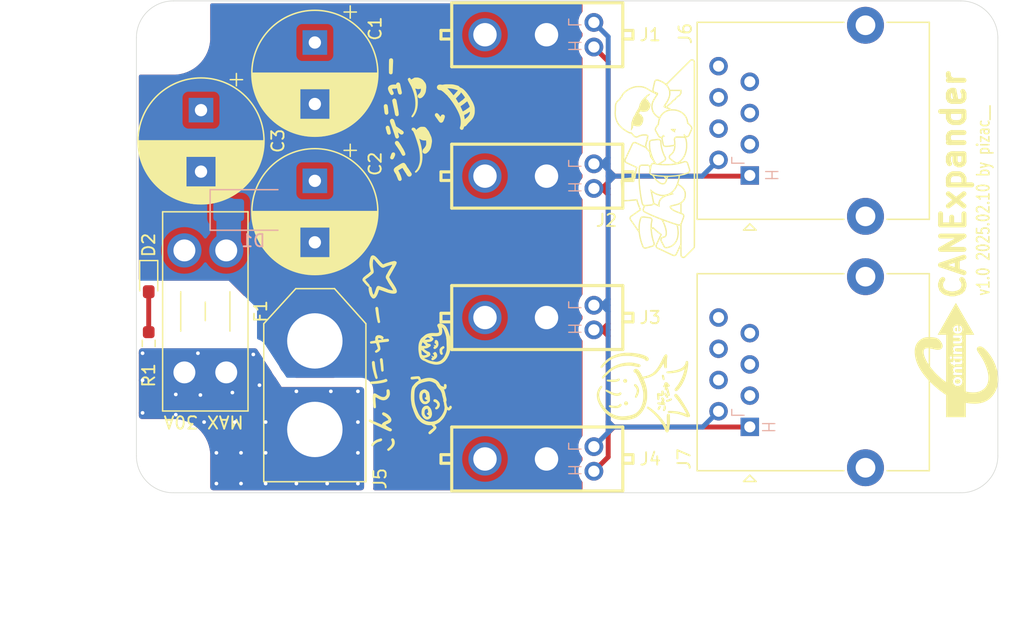
<source format=kicad_pcb>
(kicad_pcb (version 20240108) (generator "pcbnew") (generator_version "8.0")
  (layers (0 "F.Cu" signal) (31 "B.Cu" signal) (34 "B.Paste" user) (35 "F.Paste" user) (36 "B.SilkS" user "B.Silkscreen") (37 "F.SilkS" user "F.Silkscreen") (38 "B.Mask" user) (39 "F.Mask" user) (44 "Edge.Cuts" user))
  (net 0 "")
  (net 1 "GND")
  (net 2 "+24V")
  (net 3 "/CAN_H")
  (net 4 "/CAN_L")
  (net 17 "Net-(J5-Pin_2)")
  (net 18 "Net-(D2-A)")
  (footprint "Capacitor_THT:CP_Radial_D10.0mm_P5.00mm" (layer "F.Cu") (at 144.5 58.382323 -90)
    (property "Reference" "C1" (at -1.132323 -4.9 90) (layer "F.SilkS"))
    (property "Value" "390u/35V")
    (pad "1" thru_hole rect (at 0 0 270) (size 2 2) (drill 1) (layers "*.Cu" "*.Mask") (net 2 "+24V"))
    (pad "2" thru_hole circle (at 5 0 270) (size 2 2) (drill 1) (layers "*.Cu" "*.Mask") (net 1 "GND"))
  )
  (footprint "ExternalLib:CONN-TH_XT30PB-M" (layer "F.Cu") (at 162.75 80.75)
    (property "Reference" "J3" (at 9 0 0) (layer "F.SilkS"))
    (property "Value" "XT30(2+2)-M")
    (pad "1" thru_hole circle (at 4.424994 -1) (size 1.524003 1.524003) (drill 0.913995) (layers "*.Cu" "*.Mask") (net 4 "/CAN_L"))
    (pad "2" thru_hole circle (at 4.424994 1) (size 1.524003 1.524003) (drill 0.913995) (layers "*.Cu" "*.Mask") (net 3 "/CAN_H"))
    (pad "3" thru_hole circle (at 0.575108 0) (size 2.7 2.7) (drill 1.900025) (layers "*.Cu" "*.Mask") (net 1 "GND"))
    (pad "4" thru_hole circle (at -4.424892 0) (size 2.7 2.7) (drill 1.900025) (layers "*.Cu" "*.Mask") (net 2 "+24V"))
  )
  (footprint "ExternalLib:CONN-TH_XT30PB-M" (layer "F.Cu") (at 162.75 69.25)
    (property "Reference" "J2" (at 5.45 3.6 0) (layer "F.SilkS"))
    (property "Value" "XT30(2+2)-M")
    (pad "1" thru_hole circle (at 4.424994 -1) (size 1.524003 1.524003) (drill 0.913995) (layers "*.Cu" "*.Mask") (net 4 "/CAN_L"))
    (pad "2" thru_hole circle (at 4.424994 1) (size 1.524003 1.524003) (drill 0.913995) (layers "*.Cu" "*.Mask") (net 3 "/CAN_H"))
    (pad "3" thru_hole circle (at 0.575108 0) (size 2.7 2.7) (drill 1.900025) (layers "*.Cu" "*.Mask") (net 1 "GND"))
    (pad "4" thru_hole circle (at -4.424892 0) (size 2.7 2.7) (drill 1.900025) (layers "*.Cu" "*.Mask") (net 2 "+24V"))
  )
  (footprint "Connector_AMASS:AMASS_XT60-M_1x02_P7.20mm_Vertical" (layer "F.Cu") (at 144.5 82.65 -90)
    (property "Reference" "J5" (at 11.2 -5.3 90) (layer "F.SilkS"))
    (property "Value" "XT60-M")
    (pad "1" thru_hole roundrect (at 0 0 270) (size 6 6) (drill 4.5) (layers "*.Cu" "*.Mask") (net 1 "GND"))
    (pad "2" thru_hole circle (at 7.2 0 270) (size 6 6) (drill 4.5) (layers "*.Cu" "*.Mask") (net 17 "Net-(J5-Pin_2)"))
  )
  (footprint "ExternalLib:Logo3" (layer "F.Cu") (at 170.232421 86.756802 90)
    (property "Reference" "G***" (hide yes))
    (property "Value" "LOGO" (hide yes))
  )
  (footprint "ExternalLib:MountingHole_3.2mm_M3_DIN965" (layer "F.Cu") (at 197 58)
    (property "Reference" "H4" (hide yes))
    (property "Value" "MountingHole")
    (pad "" np_thru_hole circle (at 0 0) (size 3.2 3.2) (drill 3.2) (layers "F&B.Cu" "*.Mask" "F.Paste") (clearance 1.4))
  )
  (footprint "Resistor_SMD:R_0603_1608Metric_Pad0.98x0.95mm_HandSolder" (layer "F.Cu") (at 131 82.85 90)
    (property "Reference" "R1" (at -2.6 0 90) (layer "F.SilkS"))
    (property "Value" "10k")
    (pad "1" smd roundrect (at -0.9125 0 90) (size 0.975 0.95) (layers "F.Cu" "F.Paste" "F.Mask") (net 17 "Net-(J5-Pin_2)"))
    (pad "2" smd roundrect (at 0.9125 0 90) (size 0.975 0.95) (layers "F.Cu" "F.Paste" "F.Mask") (net 18 "Net-(D2-A)"))
  )
  (footprint "ExternalLib:MountingHole_3.2mm_M3_DIN965" (layer "F.Cu") (at 133 58)
    (property "Reference" "H1" (hide yes))
    (property "Value" "MountingHole")
    (pad "" np_thru_hole circle (at 0 0) (size 3.2 3.2) (drill 3.2) (layers "F&B.Cu" "*.Mask" "F.Paste") (clearance 1.4))
  )
  (footprint "Connector_RJ:RJ45_Ninigi_GE" (layer "F.Cu") (at 179.845 69.195 90)
    (property "Reference" "J6" (at 11.545 -5.245 90) (layer "F.SilkS"))
    (property "Value" "RJ45-10-V02P")
    (pad "" np_thru_hole circle (at -1.27 6.35 90) (size 3.25 3.25) (drill 3.25) (layers "*.Cu" "*.Mask"))
    (pad "" np_thru_hole circle (at 10.16 6.35 270) (size 3.25 3.25) (drill 3.25) (layers "*.Cu" "*.Mask"))
    (pad "1" thru_hole rect (at 0 0 270) (size 1.5 1.5) (drill 0.9) (layers "*.Cu" "*.Mask") (net 3 "/CAN_H"))
    (pad "2" thru_hole circle (at 1.27 -2.54 270) (size 1.5 1.5) (drill 0.9) (layers "*.Cu" "*.Mask") (net 4 "/CAN_L"))
    (pad "3" thru_hole circle (at 2.54 0 270) (size 1.5 1.5) (drill 0.9) (layers "*.Cu" "*.Mask"))
    (pad "4" thru_hole circle (at 3.81 -2.54 270) (size 1.5 1.5) (drill 0.9) (layers "*.Cu" "*.Mask"))
    (pad "5" thru_hole circle (at 5.08 0 270) (size 1.5 1.5) (drill 0.9) (layers "*.Cu" "*.Mask"))
    (pad "6" thru_hole circle (at 6.35 -2.54 270) (size 1.5 1.5) (drill 0.9) (layers "*.Cu" "*.Mask"))
    (pad "7" thru_hole circle (at 7.62 0 270) (size 1.5 1.5) (drill 0.9) (layers "*.Cu" "*.Mask"))
    (pad "8" thru_hole circle (at 8.89 -2.54 270) (size 1.5 1.5) (drill 0.9) (layers "*.Cu" "*.Mask"))
    (pad "SH" thru_hole circle (at -3.325 9.4 90) (size 3 3) (drill 1.6) (layers "*.Cu" "*.Mask"))
    (pad "SH" thru_hole circle (at 12.215 9.4 270) (size 3 3) (drill 1.6) (layers "*.Cu" "*.Mask"))
  )
  (footprint "ExternalLib:MountingHole_3.2mm_M3_DIN965" (layer "F.Cu") (at 133 92)
    (property "Reference" "H2" (hide yes))
    (property "Value" "MountingHole")
    (pad "" np_thru_hole circle (at 0 0) (size 3.2 3.2) (drill 3.2) (layers "F&B.Cu" "*.Mask" "F.Paste") (clearance 1.4))
  )
  (footprint "Capacitor_THT:CP_Radial_D10.0mm_P5.00mm" (layer "F.Cu") (at 144.5 69.632323 -90)
    (property "Reference" "C2" (at -1.382323 -4.9 90) (layer "F.SilkS"))
    (property "Value" "390u/35V")
    (pad "1" thru_hole rect (at 0 0 270) (size 2 2) (drill 1) (layers "*.Cu" "*.Mask") (net 2 "+24V"))
    (pad "2" thru_hole circle (at 5 0 270) (size 2 2) (drill 1) (layers "*.Cu" "*.Mask") (net 1 "GND"))
  )
  (footprint "Fuse:Fuseholder_Blade_Mini_Keystone_3568" (layer "F.Cu") (at 133.9 85.21 90)
    (property "Reference" "F1" (at 4.96 6.2 90) (layer "F.SilkS"))
    (property "Value" "Car Small Fuse")
    (pad "1" thru_hole circle (at 0 0 90) (size 2.78 2.78) (drill 1.78) (layers "*.Cu" "*.Mask") (net 17 "Net-(J5-Pin_2)"))
    (pad "1" thru_hole circle (at 0 3.4 90) (size 2.78 2.78) (drill 1.78) (layers "*.Cu" "*.Mask") (net 17 "Net-(J5-Pin_2)"))
    (pad "2" thru_hole circle (at 9.92 0 90) (size 2.78 2.78) (drill 1.78) (layers "*.Cu" "*.Mask") (net 2 "+24V"))
    (pad "2" thru_hole circle (at 9.92 3.4 90) (size 2.78 2.78) (drill 1.78) (layers "*.Cu" "*.Mask") (net 2 "+24V"))
  )
  (footprint "ExternalLib:Logo2" (layer "F.Cu") (at 196.6 84.45 90)
    (property "Reference" "G***" (hide yes))
    (property "Value" "LOGO" (hide yes))
  )
  (footprint "ExternalLib:Logo6" (layer "F.Cu") (at 172 67.85 90)
    (property "Reference" "G***" (hide yes))
    (property "Value" "LOGO" (hide yes))
  )
  (footprint "ExternalLib:Logo5" (layer "F.Cu") (at 151.668168 84.020874 90)
    (property "Reference" "G***" (hide yes))
    (property "Value" "LOGO" (hide yes))
  )
  (footprint "Connector_RJ:RJ45_Ninigi_GE" (layer "F.Cu") (at 179.845 89.64 90)
    (property "Reference" "J7" (at -2.61 -5.34 90) (layer "F.SilkS"))
    (property "Value" "RJ45-10-V02P")
    (pad "" np_thru_hole circle (at -1.27 6.35 90) (size 3.25 3.25) (drill 3.25) (layers "*.Cu" "*.Mask"))
    (pad "" np_thru_hole circle (at 10.16 6.35 270) (size 3.25 3.25) (drill 3.25) (layers "*.Cu" "*.Mask"))
    (pad "1" thru_hole rect (at 0 0 270) (size 1.5 1.5) (drill 0.9) (layers "*.Cu" "*.Mask") (net 3 "/CAN_H"))
    (pad "2" thru_hole circle (at 1.27 -2.54 270) (size 1.5 1.5) (drill 0.9) (layers "*.Cu" "*.Mask") (net 4 "/CAN_L"))
    (pad "3" thru_hole circle (at 2.54 0 270) (size 1.5 1.5) (drill 0.9) (layers "*.Cu" "*.Mask"))
    (pad "4" thru_hole circle (at 3.81 -2.54 270) (size 1.5 1.5) (drill 0.9) (layers "*.Cu" "*.Mask"))
    (pad "5" thru_hole circle (at 5.08 0 270) (size 1.5 1.5) (drill 0.9) (layers "*.Cu" "*.Mask"))
    (pad "6" thru_hole circle (at 6.35 -2.54 270) (size 1.5 1.5) (drill 0.9) (layers "*.Cu" "*.Mask"))
    (pad "7" thru_hole circle (at 7.62 0 270) (size 1.5 1.5) (drill 0.9) (layers "*.Cu" "*.Mask"))
    (pad "8" thru_hole circle (at 8.89 -2.54 270) (size 1.5 1.5) (drill 0.9) (layers "*.Cu" "*.Mask"))
    (pad "SH" thru_hole circle (at -3.325 9.4 90) (size 3 3) (drill 1.6) (layers "*.Cu" "*.Mask"))
    (pad "SH" thru_hole circle (at 12.215 9.4 270) (size 3 3) (drill 1.6) (layers "*.Cu" "*.Mask"))
  )
  (footprint "ExternalLib:Logo4" (layer "F.Cu") (at 153.627528 64.188347 90)
    (property "Reference" "G***" (hide yes))
    (property "Value" "LOGO" (hide yes))
  )
  (footprint "ExternalLib:MountingHole_3.2mm_M3_DIN965" (layer "F.Cu") (at 197 91.945)
    (property "Reference" "H3" (hide yes))
    (property "Value" "MountingHole")
    (pad "" np_thru_hole circle (at 0 0) (size 3.2 3.2) (drill 3.2) (layers "F&B.Cu" "*.Mask" "F.Paste") (clearance 1.4))
  )
  (footprint "Capacitor_THT:CP_Radial_D10.0mm_P5.00mm" (layer "F.Cu") (at 135.25 63.882323 -90)
    (property "Reference" "C3" (at 2.5 -6.25 90) (layer "F.SilkS"))
    (property "Value" "390u/35V")
    (pad "1" thru_hole rect (at 0 0 270) (size 2 2) (drill 1) (layers "*.Cu" "*.Mask") (net 2 "+24V"))
    (pad "2" thru_hole circle (at 5 0 270) (size 2 2) (drill 1) (layers "*.Cu" "*.Mask") (net 1 "GND"))
  )
  (footprint "LED_SMD:LED_0603_1608Metric_Pad1.05x0.95mm_HandSolder" (layer "F.Cu") (at 131 77.775 -90)
    (property "Reference" "D2" (at -2.925 0 90) (layer "F.SilkS"))
    (property "Value" "Red")
    (pad "1" smd roundrect (at -0.875 0 270) (size 1.05 0.95) (layers "F.Cu" "F.Paste" "F.Mask") (net 2 "+24V"))
    (pad "2" smd roundrect (at 0.875 0 270) (size 1.05 0.95) (layers "F.Cu" "F.Paste" "F.Mask") (net 18 "Net-(D2-A)"))
  )
  (footprint "ExternalLib:CONN-TH_XT30PB-M" (layer "F.Cu") (at 162.75 92.25)
    (property "Reference" "J4" (at 9 0 0) (layer "F.SilkS"))
    (property "Value" "XT30(2+2)-M")
    (pad "1" thru_hole circle (at 4.424994 -1) (size 1.524003 1.524003) (drill 0.913995) (layers "*.Cu" "*.Mask") (net 4 "/CAN_L"))
    (pad "2" thru_hole circle (at 4.424994 1) (size 1.524003 1.524003) (drill 0.913995) (layers "*.Cu" "*.Mask") (net 3 "/CAN_H"))
    (pad "3" thru_hole circle (at 0.575108 0) (size 2.7 2.7) (drill 1.900025) (layers "*.Cu" "*.Mask") (net 1 "GND"))
    (pad "4" thru_hole circle (at -4.424892 0) (size 2.7 2.7) (drill 1.900025) (layers "*.Cu" "*.Mask") (net 2 "+24V"))
  )
  (footprint "ExternalLib:CONN-TH_XT30PB-M" (layer "F.Cu") (at 162.75 57.75)
    (property "Reference" "J1" (at 9 0 0) (layer "F.SilkS"))
    (property "Value" "XT30(2+2)-M")
    (pad "1" thru_hole circle (at 4.424994 -1) (size 1.524003 1.524003) (drill 0.913995) (layers "*.Cu" "*.Mask") (net 4 "/CAN_L"))
    (pad "2" thru_hole circle (at 4.424994 1) (size 1.524003 1.524003) (drill 0.913995) (layers "*.Cu" "*.Mask") (net 3 "/CAN_H"))
    (pad "3" thru_hole circle (at 0.575108 0) (size 2.7 2.7) (drill 1.900025) (layers "*.Cu" "*.Mask") (net 1 "GND"))
    (pad "4" thru_hole circle (at -4.424892 0) (size 2.7 2.7) (drill 1.900025) (layers "*.Cu" "*.Mask") (net 2 "+24V"))
  )
  (footprint "Diode_SMD:D_SMA" (layer "B.Cu") (at 139.5 72)
    (property "Reference" "D1" (at 0 2.5 0) (layer "B.SilkS") (effects (justify mirror)))
    (property "Value" "SMAJ26A")
    (pad "1" smd roundrect (at -2 0) (size 2.5 1.8) (layers "B.Cu" "B.Paste" "B.Mask") (roundrect_rratio 0.1388888889) (net 2 "+24V"))
    (pad "2" smd roundrect (at 2 0) (size 2.5 1.8) (layers "B.Cu" "B.Paste" "B.Mask") (roundrect_rratio 0.1388888889) (net 1 "GND"))
  )
  (gr_arc (start 130 58) (mid 130.87868 55.87868) (end 133 55) (stroke (width 0.05)) (layer "Edge.Cuts"))
  (gr_line (start 130 92) (end 130 58) (stroke (width 0.05)) (layer "Edge.Cuts"))
  (gr_line (start 133 55) (end 197 55) (stroke (width 0.05)) (layer "Edge.Cuts"))
  (gr_arc (start 133 95) (mid 130.87868 94.12132) (end 130 92) (stroke (width 0.05)) (layer "Edge.Cuts"))
  (gr_arc (start 200 92) (mid 199.12132 94.12132) (end 197 95) (stroke (width 0.05)) (layer "Edge.Cuts"))
  (gr_arc (start 197 55) (mid 199.12132 55.87868) (end 200 58) (stroke (width 0.05)) (layer "Edge.Cuts"))
  (gr_line (start 197 95) (end 133 95) (stroke (width 0.05)) (layer "Edge.Cuts"))
  (gr_line (start 200 58) (end 200 92) (stroke (width 0.05)) (layer "Edge.Cuts"))
  (gr_text "L" (at 165 91.75 270) (layer "B.SilkS") (effects (font (size 1 1) (thickness 0.1)) (justify left bottom mirror)))
  (gr_text "H" (at 181 69.75 270) (layer "B.SilkS") (effects (font (size 1 1) (thickness 0.1)) (justify left bottom mirror)))
  (gr_text "L" (at 165 80.25 270) (layer "B.SilkS") (effects (font (size 1 1) (thickness 0.1)) (justify left bottom mirror)))
  (gr_text "H" (at 165 82.25 270) (layer "B.SilkS") (effects (font (size 1 1) (thickness 0.1)) (justify left bottom mirror)))
  (gr_text "L" (at 178.25 68.5 270) (layer "B.SilkS") (effects (font (size 1 1) (thickness 0.1)) (justify left bottom mirror)))
  (gr_text "H" (at 165 93.75 270) (layer "B.SilkS") (effects (font (size 1 1) (thickness 0.1)) (justify left bottom mirror)))
  (gr_text "L" (at 165 57.25 270) (layer "B.SilkS") (effects (font (size 1 1) (thickness 0.1)) (justify left bottom mirror)))
  (gr_text "H" (at 180.75 90.25 270) (layer "B.SilkS") (effects (font (size 1 1) (thickness 0.1)) (justify left bottom mirror)))
  (gr_text "L" (at 165 68.75 270) (layer "B.SilkS") (effects (font (size 1 1) (thickness 0.1)) (justify left bottom mirror)))
  (gr_text "H" (at 165 70.75 270) (layer "B.SilkS") (effects (font (size 1 1) (thickness 0.1)) (justify left bottom mirror)))
  (gr_text "L" (at 178.25 89 270) (layer "B.SilkS") (effects (font (size 1 1) (thickness 0.1)) (justify left bottom mirror)))
  (gr_text "H" (at 165 59.25 270) (layer "B.SilkS") (effects (font (size 1 1) (thickness 0.1)) (justify left bottom mirror)))
  (gr_text "v1.0 2025.02.10 by pizac__" (at 199.4 79.05 90) (layer "F.SilkS") (effects (font (size 1 0.73) (thickness 0.125)) (justify left bottom)))
  (gr_text "CANExpander" (at 197.5 79.45 90) (layer "F.SilkS") (effects (font (size 1.9 1.9) (thickness 0.4) (bold yes)) (justify left bottom)))
  (gr_text "MAX 30A" (at 138.8 88.65 180) (layer "F.SilkS") (effects (font (size 1 1)) (justify left bottom)))
  (segment (start 137.3 75.29) (end 137.5 75.09) (width 2) (layer "B.Cu") (net 2))
  (segment (start 137.5 75.09) (end 137.5 72) (width 2) (layer "B.Cu") (net 2))
  (segment (start 179.835 89.65) (end 168.706995 89.65) (width 0.4) (layer "F.Cu") (net 3))
  (segment (start 168.336995 70.75) (end 168.336995 81.25) (width 0.4) (layer "F.Cu") (net 3))
  (segment (start 168.706995 89.65) (end 168.706995 89.57) (width 0.4) (layer "F.Cu") (net 3))
  (segment (start 168.336995 59.912001) (end 168.336995 68.75) (width 0.4) (layer "F.Cu") (net 3))
  (segment (start 168.75 69.336995) (end 168.336995 69.75) (width 0.4) (layer "F.Cu") (net 3))
  (segment (start 168.336995 69.25) (end 168.336995 69.75) (width 0.4) (layer "F.Cu") (net 3))
  (segment (start 167.836995 81.75) (end 168.336995 81.25) (width 0.4) (layer "F.Cu") (net 3))
  (segment (start 168.336995 69.75) (end 168.336995 70.25) (width 0.4) (layer "F.Cu") (net 3))
  (segment (start 168.75 69.25) (end 168.75 69.163005) (width 0.4) (layer "F.Cu") (net 3))
  (segment (start 168.336995 81.75) (end 168.336995 82.25) (width 0.4) (layer "F.Cu") (net 3))
  (segment (start 168.336995 90.113005) (end 168.336995 90.25) (width 0.4) (layer "F.Cu") (net 3))
  (segment (start 168.706995 89.65) (end 168.706995 89.743005) (width 0.4) (layer "F.Cu") (net 3))
  (segment (start 168.75 69.25) (end 168.336995 69.25) (width 0.4) (layer "F.Cu") (net 3))
  (segment (start 167.174994 70.25) (end 168.336995 70.25) (width 0.4) (layer "F.Cu") (net 3))
  (segment (start 167.174994 70.25) (end 167.836995 70.25) (width 0.4) (layer "F.Cu") (net 3))
  (segment (start 168.336995 70.25) (end 168.336995 70.75) (width 0.4) (layer "F.Cu") (net 3))
  (segment (start 168.336995 90) (end 168.336995 90.25) (width 0.4) (layer "F.Cu") (net 3))
  (segment (start 167.174994 81.75) (end 168.336995 81.75) (width 0.4) (layer "F.Cu") (net 3))
  (segment (start 168.75 69.163005) (end 168.336995 68.75) (width 0.4) (layer "F.Cu") (net 3))
  (segment (start 167.836995 70.25) (end 168.336995 69.75) (width 0.4) (layer "F.Cu") (net 3))
  (segment (start 179.845 89.64) (end 179.835 89.65) (width 0.4) (layer "F.Cu") (net 3))
  (segment (start 168.336995 90.25) (end 168.336995 92.087999) (width 0.4) (layer "F.Cu") (net 3))
  (segment (start 179.845 69.195) (end 179.79 69.25) (width 0.4) (layer "F.Cu") (net 3))
  (segment (start 168.336995 81.25) (end 168.336995 81.75) (width 0.4) (layer "F.Cu") (net 3))
  (segment (start 168.336995 68.75) (end 168.336995 69.25) (width 0.4) (layer "F.Cu") (net 3))
  (segment (start 168.75 69.25) (end 168.75 69.336995) (width 0.4) (layer "F.Cu") (net 3))
  (segment (start 168.336995 82.25) (end 168.336995 89.25) (width 0.4) (layer "F.Cu") (net 3))
  (segment (start 168.336995 92.087999) (end 167.174994 93.25) (width 0.4) (layer "F.Cu") (net 3))
  (segment (start 168.706995 89.743005) (end 168.336995 90.113005) (width 0.4) (layer "F.Cu") (net 3))
  (segment (start 168.336995 89.25) (end 168.336995 90) (width 0.4) (layer "F.Cu") (net 3))
  (segment (start 179.79 69.25) (end 168.75 69.25) (width 0.4) (layer "F.Cu") (net 3))
  (segment (start 167.174994 58.75) (end 168.336995 59.912001) (width 0.4) (layer "F.Cu") (net 3))
  (segment (start 167.836995 81.75) (end 168.336995 82.25) (width 0.4) (layer "F.Cu") (net 3))
  (segment (start 167.174994 81.75) (end 167.836995 81.75) (width 0.4) (layer "F.Cu") (net 3))
  (segment (start 167.836995 70.25) (end 168.336995 70.75) (width 0.4) (layer "F.Cu") (net 3))
  (segment (start 168.706995 89.57) (end 168.336995 89.2) (width 0.4) (layer "F.Cu") (net 3))
  (segment (start 167.174994 68.25) (end 167.836995 68.25) (width 0.4) (layer "B.Cu") (net 4))
  (segment (start 168.75 69.163005) (end 168.336995 68.75) (width 0.4) (layer "B.Cu") (net 4))
  (segment (start 168.336995 69.25) (end 168.75 69.25) (width 0.4) (layer "B.Cu") (net 4))
  (segment (start 177.305 88.37) (end 176.025 89.65) (width 0.4) (layer "B.Cu") (net 4))
  (segment (start 176.025 89.65) (end 168.75 89.65) (width 0.4) (layer "B.Cu") (net 4))
  (segment (start 167.174994 56.75) (end 168.336995 57.912001) (width 0.4) (layer "B.Cu") (net 4))
  (segment (start 167.174994 79.75) (end 168.336995 79.75) (width 0.4) (layer "B.Cu") (net 4))
  (segment (start 167.836995 68.25) (end 168.336995 68.75) (width 0.4) (layer "B.Cu") (net 4))
  (segment (start 168.336995 79.25) (end 168.336995 79.75) (width 0.4) (layer "B.Cu") (net 4))
  (segment (start 168.336995 89.5) (end 168.336995 90.087999) (width 0.4) (layer "B.Cu") (net 4))
  (segment (start 168.336995 69.25) (end 168.336995 69.75) (width 0.4) (layer "B.Cu") (net 4))
  (segment (start 168.75 89.613005) (end 168.336995 89.2) (width 0.4) (layer "B.Cu") (net 4))
  (segment (start 168.336995 67.75) (end 168.336995 68.25) (width 0.4) (layer "B.Cu") (net 4))
  (segment (start 167.836995 79.75) (end 168.336995 80.25) (width 0.4) (layer "B.Cu") (net 4))
  (segment (start 168.75 89.65) (end 168.75 89.674994) (width 0.4) (layer "B.Cu") (net 4))
  (segment (start 168.75 89.674994) (end 168.75 89.613005) (width 0.4) (layer "B.Cu") (net 4))
  (segment (start 167.174994 68.25) (end 168.336995 68.25) (width 0.4) (layer "B.Cu") (net 4))
  (segment (start 168.75 89.65) (end 168.486995 89.65) (width 0.4) (layer "B.Cu") (net 4))
  (segment (start 168.75 69.25) (end 168.75 69.336995) (width 0.4) (layer "B.Cu") (net 4))
  (segment (start 168.336995 69.75) (end 168.336995 79.25) (width 0.4) (layer "B.Cu") (net 4))
  (segment (start 168.336995 90.087999) (end 167.174994 91.25) (width 0.4) (layer "B.Cu") (net 4))
  (segment (start 168.75 69.336995) (end 168.336995 69.75) (width 0.4) (layer "B.Cu") (net 4))
  (segment (start 168.75 69.25) (end 168.75 69.163005) (width 0.4) (layer "B.Cu") (net 4))
  (segment (start 168.336995 79.75) (end 168.336995 80.25) (width 0.4) (layer "B.Cu") (net 4))
  (segment (start 168.336995 68.75) (end 168.336995 69.25) (width 0.4) (layer "B.Cu") (net 4))
  (segment (start 168.336995 68.25) (end 168.336995 68.75) (width 0.4) (layer "B.Cu") (net 4))
  (segment (start 167.836995 79.75) (end 168.336995 79.25) (width 0.4) (layer "B.Cu") (net 4))
  (segment (start 167.836995 68.25) (end 168.336995 67.75) (width 0.4) (layer "B.Cu") (net 4))
  (segment (start 168.486995 89.65) (end 168.336995 89.5) (width 0.4) (layer "B.Cu") (net 4))
  (segment (start 168.75 89.674994) (end 168.336995 90.087999) (width 0.4) (layer "B.Cu") (net 4))
  (segment (start 167.174994 79.75) (end 167.836995 79.75) (width 0.4) (layer "B.Cu") (net 4))
  (segment (start 168.336995 57.912001) (end 168.336995 67.75) (width 0.4) (layer "B.Cu") (net 4))
  (segment (start 168.336995 80.25) (end 168.336995 89.5) (width 0.4) (layer "B.Cu") (net 4))
  (segment (start 168.75 69.25) (end 175.98 69.25) (width 0.4) (layer "B.Cu") (net 4))
  (segment (start 175.98 69.25) (end 177.305 67.925) (width 0.4) (layer "B.Cu") (net 4))
  (segment (start 168.336995 89.412001) (end 168.336995 89.2) (width 0.4) (layer "B.Cu") (net 4))
  (via (at 133.2 88.65) (size 0.6) (drill 0.3) (layers "F.Cu" "B.Cu") (net 17))
  (via (at 138.5 94.25) (size 0.6) (drill 0.3) (layers "F.Cu" "B.Cu") (net 17))
  (via (at 135 83.65) (size 0.6) (drill 0.3) (layers "F.Cu" "B.Cu") (net 17))
  (via (at 139.5 83.75) (size 0.6) (drill 0.3) (layers "F.Cu" "B.Cu") (net 17))
  (via (at 135.2 87.05) (size 0.6) (drill 0.3) (layers "F.Cu" "B.Cu") (net 17))
  (via (at 143 86.75) (size 0.6) (drill 0.3) (layers "F.Cu" "B.Cu") (net 17))
  (via (at 143 94.25) (size 0.6) (drill 0.3) (layers "F.Cu" "B.Cu") (net 17))
  (via (at 140.5 94.25) (size 0.6) (drill 0.3) (layers "F.Cu" "B.Cu") (net 17))
  (via (at 138.5 91.75) (size 0.6) (drill 0.3) (layers "F.Cu" "B.Cu") (net 17))
  (via (at 130.5 85.85) (size 0.6) (drill 0.3) (layers "F.Cu" "B.Cu") (net 17))
  (via (at 148 94.25) (size 0.6) (drill 0.3) (layers "F.Cu" "B.Cu") (net 17))
  (via (at 133.2 87) (size 0.6) (drill 0.3) (layers "F.Cu" "B.Cu") (net 17))
  (via (at 130.5 83.65) (size 0.6) (drill 0.3) (layers "F.Cu" "B.Cu") (net 17))
  (via (at 145.5 94.25) (size 0.6) (drill 0.3) (layers "F.Cu" "B.Cu") (net 17))
  (via (at 140 86.25) (size 0.6) (drill 0.3) (layers "F.Cu" "B.Cu") (net 17))
  (via (at 145.8 86.75) (size 0.6) (drill 0.3) (layers "F.Cu" "B.Cu") (net 17))
  (via (at 148 86.75) (size 0.6) (drill 0.3) (layers "F.Cu" "B.Cu") (net 17))
  (via (at 135.5 89.25) (size 0.6) (drill 0.3) (layers "F.Cu" "B.Cu") (net 17))
  (via (at 148 89.25) (size 0.6) (drill 0.3) (layers "F.Cu" "B.Cu") (net 17))
  (via (at 130.5 88.5) (size 0.6) (drill 0.3) (layers "F.Cu" "B.Cu") (net 17))
  (via (at 140.5 91.75) (size 0.6) (drill 0.3) (layers "F.Cu" "B.Cu") (net 17))
  (via (at 136.5 94.25) (size 0.6) (drill 0.3) (layers "F.Cu" "B.Cu") (net 17))
  (via (at 136.5 91.75) (size 0.6) (drill 0.3) (layers "F.Cu" "B.Cu") (net 17))
  (via (at 148 91.75) (size 0.6) (drill 0.3) (layers "F.Cu" "B.Cu") (net 17))
  (via (at 138 89.25) (size 0.6) (drill 0.3) (layers "F.Cu" "B.Cu") (net 17))
  (via (at 140.5 89.25) (size 0.6) (drill 0.3) (layers "F.Cu" "B.Cu") (net 17))
  (via (at 137.8 86.85) (size 0.6) (drill 0.3) (layers "F.Cu" "B.Cu") (net 17))
  (segment (start 131 78.65) (end 131 81.9375) (width 0.4) (layer "F.Cu") (net 18))
  (zone (net 2) (net_name "+24V") (layer "F.Cu") (connect_pads yes (clearance 0.5)) (min_thickness 0.25) (fill yes (thermal_gap 0.5) (thermal_bridge_width 0.5))
    (polygon (pts (xy 130 55) (xy 166.25 55) (xy 166.25 95) (xy 148.5 95) (xy 148.5 81.25) (xy 146.5 79) (xy 138.75 79) (xy 137.5 77.75) (xy 130 77.75)))
  )
  (zone (net 17) (net_name "Net-(J5-Pin_2)") (layers "F&B.Cu") (priority 2) (connect_pads yes (clearance 0.75)) (min_thickness 0.5) (fill yes (thermal_gap 0.5) (thermal_bridge_width 0.5))
    (polygon (pts (xy 141.8 86.4) (xy 148.5 86.4) (xy 148.5 95) (xy 130 95) (xy 130 83.25) (xy 139.75 83.25)))
  )
  (zone (net 0) (net_name "") (layers "F&B.Cu") (connect_pads yes (clearance 0)) (min_thickness 0.5)
    (keepout (tracks allowed) (vias allowed) (pads allowed) (copperpour not_allowed) (footprints allowed))
    (fill (thermal_gap 0.5) (thermal_bridge_width 0.5))
    (polygon (pts (xy 136 95) (xy 136 91.8) (xy 133 89) (xy 130 89) (xy 130 95)))
  )
  (zone (net 0) (net_name "") (layers "F&B.Cu") (connect_pads yes (clearance 0)) (min_thickness 0.5)
    (keepout (tracks allowed) (vias allowed) (pads allowed) (copperpour not_allowed) (footprints allowed))
    (fill (thermal_gap 0.5) (thermal_bridge_width 0.5))
    (polygon (pts (xy 136 58) (xy 136 55) (xy 130 55) (xy 130 61) (xy 133 61)))
  )
  (zone (net 1) (net_name "GND") (layer "B.Cu") (connect_pads yes (clearance 0.5)) (min_thickness 0.25) (fill yes (thermal_gap 0.5) (thermal_bridge_width 0.5))
    (polygon (pts (xy 130 55) (xy 166.2 55) (xy 166.2 95) (xy 148.5 95) (xy 148.5 86.25) (xy 141.75 86.25) (xy 139.8 83.25) (xy 139.8 80) (xy 137.5 77.75) (xy 130 77.75)))
  )
)
</source>
